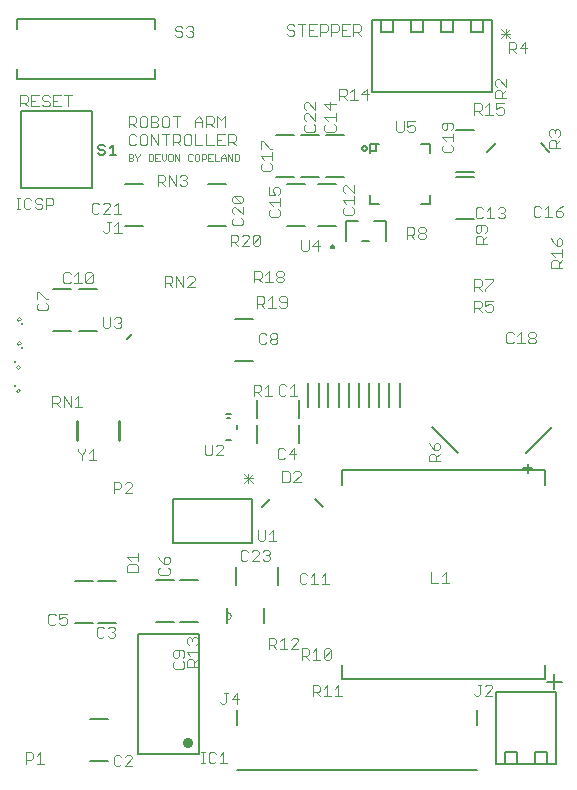
<source format=gto>
G75*
%MOIN*%
%OFA0B0*%
%FSLAX25Y25*%
%IPPOS*%
%LPD*%
%AMOC8*
5,1,8,0,0,1.08239X$1,22.5*
%
%ADD10C,0.00300*%
%ADD11C,0.00200*%
%ADD12C,0.00500*%
%ADD13C,0.00600*%
%ADD14C,0.00800*%
%ADD15C,0.03482*%
%ADD16C,0.00400*%
%ADD17C,0.00250*%
%ADD18C,0.00984*%
%ADD19C,0.00000*%
%ADD20C,0.00866*%
%ADD21C,0.00700*%
D10*
X0051619Y0032563D02*
X0051619Y0036267D01*
X0053471Y0036267D01*
X0054088Y0035649D01*
X0054088Y0034415D01*
X0053471Y0033798D01*
X0051619Y0033798D01*
X0055302Y0035032D02*
X0056537Y0036267D01*
X0056537Y0032563D01*
X0057771Y0032563D02*
X0055302Y0032563D01*
X0080973Y0032417D02*
X0081591Y0031800D01*
X0082825Y0031800D01*
X0083442Y0032417D01*
X0084657Y0031800D02*
X0087125Y0034268D01*
X0087125Y0034886D01*
X0086508Y0035503D01*
X0085274Y0035503D01*
X0084657Y0034886D01*
X0083442Y0034886D02*
X0082825Y0035503D01*
X0081591Y0035503D01*
X0080973Y0034886D01*
X0080973Y0032417D01*
X0084657Y0031800D02*
X0087125Y0031800D01*
X0110128Y0032737D02*
X0111362Y0032737D01*
X0110745Y0032737D02*
X0110745Y0036440D01*
X0110128Y0036440D02*
X0111362Y0036440D01*
X0112583Y0035823D02*
X0112583Y0033354D01*
X0113200Y0032737D01*
X0114435Y0032737D01*
X0115052Y0033354D01*
X0116266Y0032737D02*
X0118735Y0032737D01*
X0117501Y0032737D02*
X0117501Y0036440D01*
X0116266Y0035205D01*
X0115052Y0035823D02*
X0114435Y0036440D01*
X0113200Y0036440D01*
X0112583Y0035823D01*
X0109020Y0064851D02*
X0105317Y0064851D01*
X0105317Y0066702D01*
X0105934Y0067320D01*
X0107168Y0067320D01*
X0107786Y0066702D01*
X0107786Y0064851D01*
X0107786Y0066085D02*
X0109020Y0067320D01*
X0109020Y0068534D02*
X0109020Y0071003D01*
X0109020Y0069768D02*
X0105317Y0069768D01*
X0106551Y0068534D01*
X0104516Y0068497D02*
X0103899Y0067880D01*
X0104516Y0068497D02*
X0104516Y0069732D01*
X0103899Y0070349D01*
X0101430Y0070349D01*
X0100813Y0069732D01*
X0100813Y0068497D01*
X0101430Y0067880D01*
X0102047Y0067880D01*
X0102664Y0068497D01*
X0102664Y0070349D01*
X0105317Y0072834D02*
X0105317Y0074069D01*
X0105934Y0074686D01*
X0106551Y0074686D01*
X0107168Y0074069D01*
X0107786Y0074686D01*
X0108403Y0074686D01*
X0109020Y0074069D01*
X0109020Y0072834D01*
X0108403Y0072217D01*
X0107168Y0073451D02*
X0107168Y0074069D01*
X0105934Y0072217D02*
X0105317Y0072834D01*
X0103899Y0066666D02*
X0104516Y0066049D01*
X0104516Y0064814D01*
X0103899Y0064197D01*
X0101430Y0064197D01*
X0100813Y0064814D01*
X0100813Y0066049D01*
X0101430Y0066666D01*
X0081491Y0075110D02*
X0080874Y0074493D01*
X0079640Y0074493D01*
X0079023Y0075110D01*
X0077808Y0075110D02*
X0077191Y0074493D01*
X0075957Y0074493D01*
X0075339Y0075110D01*
X0075339Y0077578D01*
X0075957Y0078196D01*
X0077191Y0078196D01*
X0077808Y0077578D01*
X0079023Y0077578D02*
X0079640Y0078196D01*
X0080874Y0078196D01*
X0081491Y0077578D01*
X0081491Y0076961D01*
X0080874Y0076344D01*
X0081491Y0075727D01*
X0081491Y0075110D01*
X0080874Y0076344D02*
X0080257Y0076344D01*
X0065350Y0079480D02*
X0064732Y0078863D01*
X0063498Y0078863D01*
X0062881Y0079480D01*
X0061667Y0079480D02*
X0061049Y0078863D01*
X0059815Y0078863D01*
X0059198Y0079480D01*
X0059198Y0081949D01*
X0059815Y0082566D01*
X0061049Y0082566D01*
X0061667Y0081949D01*
X0062881Y0082566D02*
X0062881Y0080714D01*
X0064115Y0081331D01*
X0064732Y0081331D01*
X0065350Y0080714D01*
X0065350Y0079480D01*
X0065350Y0082566D02*
X0062881Y0082566D01*
X0085459Y0096551D02*
X0085459Y0098403D01*
X0086076Y0099020D01*
X0088544Y0099020D01*
X0089162Y0098403D01*
X0089162Y0096551D01*
X0085459Y0096551D01*
X0086693Y0100235D02*
X0085459Y0101469D01*
X0089162Y0101469D01*
X0089162Y0100235D02*
X0089162Y0102703D01*
X0095868Y0101574D02*
X0096485Y0100339D01*
X0097720Y0099105D01*
X0097720Y0100956D01*
X0098337Y0101574D01*
X0098954Y0101574D01*
X0099571Y0100956D01*
X0099571Y0099722D01*
X0098954Y0099105D01*
X0097720Y0099105D01*
X0098954Y0097890D02*
X0099571Y0097273D01*
X0099571Y0096039D01*
X0098954Y0095422D01*
X0096485Y0095422D01*
X0095868Y0096039D01*
X0095868Y0097273D01*
X0096485Y0097890D01*
X0087165Y0122744D02*
X0084696Y0122744D01*
X0087165Y0125213D01*
X0087165Y0125830D01*
X0086548Y0126448D01*
X0085313Y0126448D01*
X0084696Y0125830D01*
X0083482Y0125830D02*
X0083482Y0124596D01*
X0082864Y0123979D01*
X0081013Y0123979D01*
X0081013Y0122744D02*
X0081013Y0126448D01*
X0082864Y0126448D01*
X0083482Y0125830D01*
X0075196Y0133650D02*
X0072727Y0133650D01*
X0073962Y0133650D02*
X0073962Y0137353D01*
X0072727Y0136119D01*
X0071513Y0136736D02*
X0071513Y0137353D01*
X0071513Y0136736D02*
X0070279Y0135502D01*
X0070279Y0133650D01*
X0070279Y0135502D02*
X0069044Y0136736D01*
X0069044Y0137353D01*
X0058403Y0183611D02*
X0055934Y0183611D01*
X0055317Y0184228D01*
X0055317Y0185462D01*
X0055934Y0186079D01*
X0055317Y0187294D02*
X0055317Y0189763D01*
X0055934Y0189763D01*
X0058403Y0187294D01*
X0059020Y0187294D01*
X0058403Y0186079D02*
X0059020Y0185462D01*
X0059020Y0184228D01*
X0058403Y0183611D01*
X0064793Y0192603D02*
X0066028Y0192603D01*
X0066645Y0193220D01*
X0067859Y0192603D02*
X0070328Y0192603D01*
X0069094Y0192603D02*
X0069094Y0196306D01*
X0067859Y0195072D01*
X0066645Y0195689D02*
X0066028Y0196306D01*
X0064793Y0196306D01*
X0064176Y0195689D01*
X0064176Y0193220D01*
X0064793Y0192603D01*
X0071542Y0193220D02*
X0072159Y0192603D01*
X0073394Y0192603D01*
X0074011Y0193220D01*
X0074011Y0195689D01*
X0071542Y0193220D01*
X0071542Y0195689D01*
X0072159Y0196306D01*
X0073394Y0196306D01*
X0074011Y0195689D01*
X0078047Y0209359D02*
X0078665Y0209359D01*
X0079282Y0209976D01*
X0079282Y0213062D01*
X0078665Y0213062D02*
X0079899Y0213062D01*
X0081113Y0211827D02*
X0082348Y0213062D01*
X0082348Y0209359D01*
X0083582Y0209359D02*
X0081113Y0209359D01*
X0078047Y0209359D02*
X0077430Y0209976D01*
X0077308Y0215831D02*
X0079777Y0218300D01*
X0079777Y0218917D01*
X0079160Y0219534D01*
X0077925Y0219534D01*
X0077308Y0218917D01*
X0076094Y0218917D02*
X0075476Y0219534D01*
X0074242Y0219534D01*
X0073625Y0218917D01*
X0073625Y0216448D01*
X0074242Y0215831D01*
X0075476Y0215831D01*
X0076094Y0216448D01*
X0077308Y0215831D02*
X0079777Y0215831D01*
X0080991Y0215831D02*
X0083460Y0215831D01*
X0082226Y0215831D02*
X0082226Y0219534D01*
X0080991Y0218300D01*
X0086591Y0238611D02*
X0087825Y0238611D01*
X0088442Y0239228D01*
X0089657Y0239228D02*
X0090274Y0238611D01*
X0091508Y0238611D01*
X0092125Y0239228D01*
X0092125Y0241697D01*
X0091508Y0242314D01*
X0090274Y0242314D01*
X0089657Y0241697D01*
X0089657Y0239228D01*
X0088442Y0241697D02*
X0087825Y0242314D01*
X0086591Y0242314D01*
X0085973Y0241697D01*
X0085973Y0239228D01*
X0086591Y0238611D01*
X0085973Y0244611D02*
X0085973Y0248314D01*
X0087825Y0248314D01*
X0088442Y0247697D01*
X0088442Y0246462D01*
X0087825Y0245845D01*
X0085973Y0245845D01*
X0087208Y0245845D02*
X0088442Y0244611D01*
X0089657Y0245228D02*
X0090274Y0244611D01*
X0091508Y0244611D01*
X0092125Y0245228D01*
X0092125Y0247697D01*
X0091508Y0248314D01*
X0090274Y0248314D01*
X0089657Y0247697D01*
X0089657Y0245228D01*
X0093340Y0244611D02*
X0093340Y0248314D01*
X0095191Y0248314D01*
X0095809Y0247697D01*
X0095809Y0247079D01*
X0095191Y0246462D01*
X0093340Y0246462D01*
X0095191Y0246462D02*
X0095809Y0245845D01*
X0095809Y0245228D01*
X0095191Y0244611D01*
X0093340Y0244611D01*
X0093340Y0242314D02*
X0095809Y0238611D01*
X0095809Y0242314D01*
X0097023Y0242314D02*
X0099492Y0242314D01*
X0100706Y0242314D02*
X0102558Y0242314D01*
X0103175Y0241697D01*
X0103175Y0240462D01*
X0102558Y0239845D01*
X0100706Y0239845D01*
X0100706Y0238611D02*
X0100706Y0242314D01*
X0098257Y0242314D02*
X0098257Y0238611D01*
X0101940Y0239845D02*
X0103175Y0238611D01*
X0104389Y0239228D02*
X0104389Y0241697D01*
X0105006Y0242314D01*
X0106241Y0242314D01*
X0106858Y0241697D01*
X0106858Y0239228D01*
X0106241Y0238611D01*
X0105006Y0238611D01*
X0104389Y0239228D01*
X0108072Y0238611D02*
X0108072Y0242314D01*
X0108072Y0244611D02*
X0108072Y0247079D01*
X0109307Y0248314D01*
X0110541Y0247079D01*
X0110541Y0244611D01*
X0111755Y0244611D02*
X0111755Y0248314D01*
X0113607Y0248314D01*
X0114224Y0247697D01*
X0114224Y0246462D01*
X0113607Y0245845D01*
X0111755Y0245845D01*
X0112990Y0245845D02*
X0114224Y0244611D01*
X0115439Y0244611D02*
X0115439Y0248314D01*
X0116673Y0247079D01*
X0117907Y0248314D01*
X0117907Y0244611D01*
X0117907Y0242314D02*
X0115439Y0242314D01*
X0115439Y0238611D01*
X0117907Y0238611D01*
X0119122Y0238611D02*
X0119122Y0242314D01*
X0120973Y0242314D01*
X0121591Y0241697D01*
X0121591Y0240462D01*
X0120973Y0239845D01*
X0119122Y0239845D01*
X0120356Y0239845D02*
X0121591Y0238611D01*
X0116673Y0240462D02*
X0115439Y0240462D01*
X0114224Y0238611D02*
X0111755Y0238611D01*
X0111755Y0242314D01*
X0110541Y0238611D02*
X0108072Y0238611D01*
X0101940Y0244611D02*
X0101940Y0248314D01*
X0100706Y0248314D02*
X0103175Y0248314D01*
X0099492Y0247697D02*
X0099492Y0245228D01*
X0098874Y0244611D01*
X0097640Y0244611D01*
X0097023Y0245228D01*
X0097023Y0247697D01*
X0097640Y0248314D01*
X0098874Y0248314D01*
X0099492Y0247697D01*
X0093340Y0242314D02*
X0093340Y0238611D01*
X0108072Y0246462D02*
X0110541Y0246462D01*
X0129947Y0240034D02*
X0130564Y0240034D01*
X0133033Y0237565D01*
X0133650Y0237565D01*
X0133650Y0236351D02*
X0133650Y0233882D01*
X0133650Y0235117D02*
X0129947Y0235117D01*
X0131181Y0233882D01*
X0130564Y0232668D02*
X0129947Y0232051D01*
X0129947Y0230816D01*
X0130564Y0230199D01*
X0133033Y0230199D01*
X0133650Y0230816D01*
X0133650Y0232051D01*
X0133033Y0232668D01*
X0129947Y0237565D02*
X0129947Y0240034D01*
X0132703Y0224680D02*
X0132703Y0222211D01*
X0134554Y0222211D01*
X0133937Y0223445D01*
X0133937Y0224063D01*
X0134554Y0224680D01*
X0135789Y0224680D01*
X0136406Y0224063D01*
X0136406Y0222828D01*
X0135789Y0222211D01*
X0136406Y0220997D02*
X0136406Y0218528D01*
X0136406Y0219762D02*
X0132703Y0219762D01*
X0133937Y0218528D01*
X0133320Y0217313D02*
X0132703Y0216696D01*
X0132703Y0215462D01*
X0133320Y0214845D01*
X0135789Y0214845D01*
X0136406Y0215462D01*
X0136406Y0216696D01*
X0135789Y0217313D01*
X0129162Y0208904D02*
X0127927Y0208904D01*
X0127310Y0208287D01*
X0127310Y0205818D01*
X0129779Y0208287D01*
X0129779Y0205818D01*
X0129162Y0205201D01*
X0127927Y0205201D01*
X0127310Y0205818D01*
X0126096Y0205201D02*
X0123627Y0205201D01*
X0126096Y0207670D01*
X0126096Y0208287D01*
X0125478Y0208904D01*
X0124244Y0208904D01*
X0123627Y0208287D01*
X0122413Y0208287D02*
X0122413Y0207053D01*
X0121795Y0206436D01*
X0119944Y0206436D01*
X0121178Y0206436D02*
X0122413Y0205201D01*
X0119944Y0205201D02*
X0119944Y0208904D01*
X0121795Y0208904D01*
X0122413Y0208287D01*
X0123363Y0211957D02*
X0120895Y0211957D01*
X0120277Y0212574D01*
X0120277Y0213809D01*
X0120895Y0214426D01*
X0120895Y0215640D02*
X0120277Y0216257D01*
X0120277Y0217492D01*
X0120895Y0218109D01*
X0121512Y0218109D01*
X0123981Y0215640D01*
X0123981Y0218109D01*
X0123363Y0219323D02*
X0123981Y0219941D01*
X0123981Y0221175D01*
X0123363Y0221792D01*
X0120895Y0221792D01*
X0123363Y0219323D01*
X0120895Y0219323D01*
X0120277Y0219941D01*
X0120277Y0221175D01*
X0120895Y0221792D01*
X0123363Y0214426D02*
X0123981Y0213809D01*
X0123981Y0212574D01*
X0123363Y0211957D01*
X0129162Y0208904D02*
X0129779Y0208287D01*
X0129669Y0196700D02*
X0127818Y0196700D01*
X0127818Y0192996D01*
X0127818Y0194231D02*
X0129669Y0194231D01*
X0130287Y0194848D01*
X0130287Y0196082D01*
X0129669Y0196700D01*
X0131501Y0195465D02*
X0132735Y0196700D01*
X0132735Y0192996D01*
X0131501Y0192996D02*
X0133970Y0192996D01*
X0135184Y0193614D02*
X0135184Y0194231D01*
X0135801Y0194848D01*
X0137036Y0194848D01*
X0137653Y0194231D01*
X0137653Y0193614D01*
X0137036Y0192996D01*
X0135801Y0192996D01*
X0135184Y0193614D01*
X0135801Y0194848D02*
X0135184Y0195465D01*
X0135184Y0196082D01*
X0135801Y0196700D01*
X0137036Y0196700D01*
X0137653Y0196082D01*
X0137653Y0195465D01*
X0137036Y0194848D01*
X0136733Y0188259D02*
X0136115Y0187641D01*
X0136115Y0187024D01*
X0136733Y0186407D01*
X0138584Y0186407D01*
X0138584Y0185173D02*
X0138584Y0187641D01*
X0137967Y0188259D01*
X0136733Y0188259D01*
X0136115Y0185173D02*
X0136733Y0184556D01*
X0137967Y0184556D01*
X0138584Y0185173D01*
X0134901Y0184556D02*
X0132432Y0184556D01*
X0131218Y0184556D02*
X0129983Y0185790D01*
X0130601Y0185790D02*
X0128749Y0185790D01*
X0128749Y0184556D02*
X0128749Y0188259D01*
X0130601Y0188259D01*
X0131218Y0187641D01*
X0131218Y0186407D01*
X0130601Y0185790D01*
X0132432Y0187024D02*
X0133667Y0188259D01*
X0133667Y0184556D01*
X0133699Y0176054D02*
X0134933Y0176054D01*
X0135551Y0175437D01*
X0135551Y0174820D01*
X0134933Y0174202D01*
X0133699Y0174202D01*
X0133082Y0174820D01*
X0133082Y0175437D01*
X0133699Y0176054D01*
X0133699Y0174202D02*
X0133082Y0173585D01*
X0133082Y0172968D01*
X0133699Y0172351D01*
X0134933Y0172351D01*
X0135551Y0172968D01*
X0135551Y0173585D01*
X0134933Y0174202D01*
X0131867Y0172968D02*
X0131250Y0172351D01*
X0130016Y0172351D01*
X0129399Y0172968D01*
X0129399Y0175437D01*
X0130016Y0176054D01*
X0131250Y0176054D01*
X0131867Y0175437D01*
X0132481Y0158904D02*
X0131247Y0157670D01*
X0130033Y0158287D02*
X0130033Y0157053D01*
X0129415Y0156436D01*
X0127564Y0156436D01*
X0128798Y0156436D02*
X0130033Y0155201D01*
X0131247Y0155201D02*
X0133716Y0155201D01*
X0132481Y0155201D02*
X0132481Y0158904D01*
X0130033Y0158287D02*
X0129415Y0158904D01*
X0127564Y0158904D01*
X0127564Y0155201D01*
X0135969Y0155858D02*
X0136587Y0155241D01*
X0137821Y0155241D01*
X0138438Y0155858D01*
X0139653Y0155241D02*
X0142121Y0155241D01*
X0140887Y0155241D02*
X0140887Y0158944D01*
X0139653Y0157709D01*
X0138438Y0158327D02*
X0137821Y0158944D01*
X0136587Y0158944D01*
X0135969Y0158327D01*
X0135969Y0155858D01*
X0136193Y0137645D02*
X0135576Y0137027D01*
X0135576Y0134559D01*
X0136193Y0133941D01*
X0137427Y0133941D01*
X0138044Y0134559D01*
X0139259Y0135793D02*
X0141110Y0137645D01*
X0141110Y0133941D01*
X0141728Y0135793D02*
X0139259Y0135793D01*
X0138044Y0137027D02*
X0137427Y0137645D01*
X0136193Y0137645D01*
X0137123Y0129991D02*
X0138975Y0129991D01*
X0139592Y0129374D01*
X0139592Y0126905D01*
X0138975Y0126288D01*
X0137123Y0126288D01*
X0137123Y0129991D01*
X0140806Y0129374D02*
X0141423Y0129991D01*
X0142658Y0129991D01*
X0143275Y0129374D01*
X0143275Y0128757D01*
X0140806Y0126288D01*
X0143275Y0126288D01*
X0127443Y0126053D02*
X0124307Y0129189D01*
X0124307Y0127621D02*
X0127443Y0127621D01*
X0127443Y0129189D02*
X0124307Y0126053D01*
X0125875Y0126053D02*
X0125875Y0129189D01*
X0125083Y0103786D02*
X0123848Y0103786D01*
X0123231Y0103169D01*
X0123231Y0100700D01*
X0123848Y0100083D01*
X0125083Y0100083D01*
X0125700Y0100700D01*
X0126914Y0100083D02*
X0129383Y0102552D01*
X0129383Y0103169D01*
X0128766Y0103786D01*
X0127531Y0103786D01*
X0126914Y0103169D01*
X0125700Y0103169D02*
X0125083Y0103786D01*
X0126914Y0100083D02*
X0129383Y0100083D01*
X0130597Y0100700D02*
X0131215Y0100083D01*
X0132449Y0100083D01*
X0133066Y0100700D01*
X0133066Y0101317D01*
X0132449Y0101935D01*
X0131832Y0101935D01*
X0132449Y0101935D02*
X0133066Y0102552D01*
X0133066Y0103169D01*
X0132449Y0103786D01*
X0131215Y0103786D01*
X0130597Y0103169D01*
X0142942Y0095429D02*
X0142942Y0092960D01*
X0143559Y0092343D01*
X0144794Y0092343D01*
X0145411Y0092960D01*
X0146625Y0092343D02*
X0149094Y0092343D01*
X0150308Y0092343D02*
X0152777Y0092343D01*
X0151543Y0092343D02*
X0151543Y0096046D01*
X0150308Y0094812D01*
X0147860Y0096046D02*
X0147860Y0092343D01*
X0146625Y0094812D02*
X0147860Y0096046D01*
X0145411Y0095429D02*
X0144794Y0096046D01*
X0143559Y0096046D01*
X0142942Y0095429D01*
X0141904Y0074479D02*
X0140670Y0074479D01*
X0140052Y0073862D01*
X0141904Y0074479D02*
X0142521Y0073862D01*
X0142521Y0073245D01*
X0140052Y0070776D01*
X0142521Y0070776D01*
X0143572Y0070936D02*
X0145423Y0070936D01*
X0146041Y0070319D01*
X0146041Y0069084D01*
X0145423Y0068467D01*
X0143572Y0068467D01*
X0144806Y0068467D02*
X0146041Y0067233D01*
X0147255Y0067233D02*
X0149724Y0067233D01*
X0148489Y0067233D02*
X0148489Y0070936D01*
X0147255Y0069701D01*
X0150938Y0070319D02*
X0150938Y0067850D01*
X0153407Y0070319D01*
X0153407Y0067850D01*
X0152790Y0067233D01*
X0151555Y0067233D01*
X0150938Y0067850D01*
X0150938Y0070319D02*
X0151555Y0070936D01*
X0152790Y0070936D01*
X0153407Y0070319D01*
X0143572Y0070936D02*
X0143572Y0067233D01*
X0138838Y0070776D02*
X0136369Y0070776D01*
X0135155Y0070776D02*
X0133920Y0072010D01*
X0134538Y0072010D02*
X0132686Y0072010D01*
X0132686Y0070776D02*
X0132686Y0074479D01*
X0134538Y0074479D01*
X0135155Y0073862D01*
X0135155Y0072628D01*
X0134538Y0072010D01*
X0136369Y0073245D02*
X0137604Y0074479D01*
X0137604Y0070776D01*
X0147253Y0058731D02*
X0149105Y0058731D01*
X0149722Y0058114D01*
X0149722Y0056880D01*
X0149105Y0056262D01*
X0147253Y0056262D01*
X0147253Y0055028D02*
X0147253Y0058731D01*
X0148487Y0056262D02*
X0149722Y0055028D01*
X0150936Y0055028D02*
X0153405Y0055028D01*
X0154619Y0055028D02*
X0157088Y0055028D01*
X0155854Y0055028D02*
X0155854Y0058731D01*
X0154619Y0057497D01*
X0152171Y0058731D02*
X0152171Y0055028D01*
X0150936Y0057497D02*
X0152171Y0058731D01*
X0201052Y0055803D02*
X0201669Y0055185D01*
X0202287Y0055185D01*
X0202904Y0055803D01*
X0202904Y0058889D01*
X0202287Y0058889D02*
X0203521Y0058889D01*
X0204735Y0058271D02*
X0205353Y0058889D01*
X0206587Y0058889D01*
X0207204Y0058271D01*
X0207204Y0057654D01*
X0204735Y0055185D01*
X0207204Y0055185D01*
X0189729Y0133355D02*
X0186025Y0133355D01*
X0186025Y0135206D01*
X0186643Y0135823D01*
X0187877Y0135823D01*
X0188494Y0135206D01*
X0188494Y0133355D01*
X0188494Y0134589D02*
X0189729Y0135823D01*
X0189111Y0137038D02*
X0189729Y0137655D01*
X0189729Y0138889D01*
X0189111Y0139507D01*
X0188494Y0139507D01*
X0187877Y0138889D01*
X0187877Y0137038D01*
X0189111Y0137038D01*
X0187877Y0137038D02*
X0186643Y0138272D01*
X0186025Y0139507D01*
X0212392Y0172603D02*
X0211774Y0173220D01*
X0211774Y0175689D01*
X0212392Y0176306D01*
X0213626Y0176306D01*
X0214243Y0175689D01*
X0215458Y0175072D02*
X0216692Y0176306D01*
X0216692Y0172603D01*
X0215458Y0172603D02*
X0217926Y0172603D01*
X0219141Y0173220D02*
X0219141Y0173837D01*
X0219758Y0174454D01*
X0220992Y0174454D01*
X0221610Y0173837D01*
X0221610Y0173220D01*
X0220992Y0172603D01*
X0219758Y0172603D01*
X0219141Y0173220D01*
X0219758Y0174454D02*
X0219141Y0175072D01*
X0219141Y0175689D01*
X0219758Y0176306D01*
X0220992Y0176306D01*
X0221610Y0175689D01*
X0221610Y0175072D01*
X0220992Y0174454D01*
X0214243Y0173220D02*
X0213626Y0172603D01*
X0212392Y0172603D01*
X0206721Y0183154D02*
X0205486Y0183154D01*
X0204869Y0183771D01*
X0204869Y0185006D02*
X0206103Y0185623D01*
X0206721Y0185623D01*
X0207338Y0185006D01*
X0207338Y0183771D01*
X0206721Y0183154D01*
X0204869Y0185006D02*
X0204869Y0186857D01*
X0207338Y0186857D01*
X0203655Y0186240D02*
X0203655Y0185006D01*
X0203038Y0184388D01*
X0201186Y0184388D01*
X0201186Y0183154D02*
X0201186Y0186857D01*
X0203038Y0186857D01*
X0203655Y0186240D01*
X0202420Y0184388D02*
X0203655Y0183154D01*
X0203655Y0190241D02*
X0202420Y0191475D01*
X0203038Y0191475D02*
X0201186Y0191475D01*
X0201186Y0190241D02*
X0201186Y0193944D01*
X0203038Y0193944D01*
X0203655Y0193327D01*
X0203655Y0192092D01*
X0203038Y0191475D01*
X0204869Y0190858D02*
X0204869Y0190241D01*
X0204869Y0190858D02*
X0207338Y0193327D01*
X0207338Y0193944D01*
X0204869Y0193944D01*
X0205303Y0205792D02*
X0201600Y0205792D01*
X0201600Y0207643D01*
X0202217Y0208260D01*
X0203452Y0208260D01*
X0204069Y0207643D01*
X0204069Y0205792D01*
X0204069Y0207026D02*
X0205303Y0208260D01*
X0204686Y0209475D02*
X0205303Y0210092D01*
X0205303Y0211326D01*
X0204686Y0211944D01*
X0202217Y0211944D01*
X0201600Y0211326D01*
X0201600Y0210092D01*
X0202217Y0209475D01*
X0202835Y0209475D01*
X0203452Y0210092D01*
X0203452Y0211944D01*
X0203429Y0214256D02*
X0204046Y0214873D01*
X0203429Y0214256D02*
X0202195Y0214256D01*
X0201578Y0214873D01*
X0201578Y0217342D01*
X0202195Y0217959D01*
X0203429Y0217959D01*
X0204046Y0217342D01*
X0205261Y0216725D02*
X0206495Y0217959D01*
X0206495Y0214256D01*
X0205261Y0214256D02*
X0207730Y0214256D01*
X0208944Y0214873D02*
X0209561Y0214256D01*
X0210795Y0214256D01*
X0211413Y0214873D01*
X0211413Y0215491D01*
X0210795Y0216108D01*
X0210178Y0216108D01*
X0210795Y0216108D02*
X0211413Y0216725D01*
X0211413Y0217342D01*
X0210795Y0217959D01*
X0209561Y0217959D01*
X0208944Y0217342D01*
X0220895Y0217870D02*
X0220895Y0215401D01*
X0221512Y0214784D01*
X0222746Y0214784D01*
X0223364Y0215401D01*
X0224578Y0214784D02*
X0227047Y0214784D01*
X0225812Y0214784D02*
X0225812Y0218487D01*
X0224578Y0217253D01*
X0223364Y0217870D02*
X0222746Y0218487D01*
X0221512Y0218487D01*
X0220895Y0217870D01*
X0228261Y0216635D02*
X0230113Y0216635D01*
X0230730Y0216018D01*
X0230730Y0215401D01*
X0230113Y0214784D01*
X0228878Y0214784D01*
X0228261Y0215401D01*
X0228261Y0216635D01*
X0229495Y0217870D01*
X0230730Y0218487D01*
X0229883Y0207613D02*
X0229266Y0207613D01*
X0228649Y0206996D01*
X0228649Y0205144D01*
X0229883Y0205144D01*
X0230500Y0205761D01*
X0230500Y0206996D01*
X0229883Y0207613D01*
X0227414Y0206378D02*
X0228649Y0205144D01*
X0227414Y0206378D02*
X0226797Y0207613D01*
X0226797Y0202695D02*
X0230500Y0202695D01*
X0230500Y0201461D02*
X0230500Y0203930D01*
X0228031Y0201461D02*
X0226797Y0202695D01*
X0227414Y0200247D02*
X0226797Y0199629D01*
X0226797Y0197778D01*
X0230500Y0197778D01*
X0229266Y0197778D02*
X0229266Y0199629D01*
X0228649Y0200247D01*
X0227414Y0200247D01*
X0229266Y0199012D02*
X0230500Y0200247D01*
X0229768Y0237823D02*
X0226065Y0237823D01*
X0226065Y0239675D01*
X0226682Y0240292D01*
X0227916Y0240292D01*
X0228534Y0239675D01*
X0228534Y0237823D01*
X0228534Y0239058D02*
X0229768Y0240292D01*
X0229151Y0241506D02*
X0229768Y0242124D01*
X0229768Y0243358D01*
X0229151Y0243975D01*
X0228534Y0243975D01*
X0227916Y0243358D01*
X0227916Y0242741D01*
X0227916Y0243358D02*
X0227299Y0243975D01*
X0226682Y0243975D01*
X0226065Y0243358D01*
X0226065Y0242124D01*
X0226682Y0241506D01*
X0211019Y0249519D02*
X0210402Y0248902D01*
X0209167Y0248902D01*
X0208550Y0249519D01*
X0208550Y0250754D02*
X0209785Y0251371D01*
X0210402Y0251371D01*
X0211019Y0250754D01*
X0211019Y0249519D01*
X0208550Y0250754D02*
X0208550Y0252605D01*
X0211019Y0252605D01*
X0210486Y0254473D02*
X0210486Y0256324D01*
X0209869Y0256941D01*
X0208635Y0256941D01*
X0208018Y0256324D01*
X0208018Y0254473D01*
X0211721Y0254473D01*
X0210486Y0255707D02*
X0211721Y0256941D01*
X0211721Y0258156D02*
X0209252Y0260625D01*
X0208635Y0260625D01*
X0208018Y0260007D01*
X0208018Y0258773D01*
X0208635Y0258156D01*
X0211721Y0258156D02*
X0211721Y0260625D01*
X0206101Y0252605D02*
X0206101Y0248902D01*
X0204867Y0248902D02*
X0207336Y0248902D01*
X0204867Y0251371D02*
X0206101Y0252605D01*
X0203653Y0251988D02*
X0203653Y0250754D01*
X0203035Y0250136D01*
X0201184Y0250136D01*
X0201184Y0248902D02*
X0201184Y0252605D01*
X0203035Y0252605D01*
X0203653Y0251988D01*
X0202418Y0250136D02*
X0203653Y0248902D01*
X0194059Y0245584D02*
X0193442Y0246202D01*
X0190973Y0246202D01*
X0190356Y0245584D01*
X0190356Y0244350D01*
X0190973Y0243733D01*
X0191591Y0243733D01*
X0192208Y0244350D01*
X0192208Y0246202D01*
X0194059Y0245584D02*
X0194059Y0244350D01*
X0193442Y0243733D01*
X0194059Y0242518D02*
X0194059Y0240050D01*
X0194059Y0241284D02*
X0190356Y0241284D01*
X0191591Y0240050D01*
X0190973Y0238835D02*
X0190356Y0238218D01*
X0190356Y0236984D01*
X0190973Y0236367D01*
X0193442Y0236367D01*
X0194059Y0236984D01*
X0194059Y0238218D01*
X0193442Y0238835D01*
X0181338Y0243598D02*
X0180721Y0242981D01*
X0179486Y0242981D01*
X0178869Y0243598D01*
X0177655Y0243598D02*
X0177655Y0246684D01*
X0178869Y0246684D02*
X0178869Y0244832D01*
X0180104Y0245449D01*
X0180721Y0245449D01*
X0181338Y0244832D01*
X0181338Y0243598D01*
X0181338Y0246684D02*
X0178869Y0246684D01*
X0177655Y0243598D02*
X0177038Y0242981D01*
X0175803Y0242981D01*
X0175186Y0243598D01*
X0175186Y0246684D01*
X0165388Y0253847D02*
X0165388Y0257550D01*
X0163537Y0255698D01*
X0166005Y0255698D01*
X0162322Y0253847D02*
X0159853Y0253847D01*
X0158639Y0253847D02*
X0157405Y0255081D01*
X0158022Y0255081D02*
X0156170Y0255081D01*
X0156170Y0253847D02*
X0156170Y0257550D01*
X0158022Y0257550D01*
X0158639Y0256933D01*
X0158639Y0255698D01*
X0158022Y0255081D01*
X0159853Y0256316D02*
X0161088Y0257550D01*
X0161088Y0253847D01*
X0154910Y0252409D02*
X0151207Y0252409D01*
X0153058Y0250557D01*
X0153058Y0253026D01*
X0154910Y0249343D02*
X0154910Y0246874D01*
X0154910Y0248109D02*
X0151207Y0248109D01*
X0152441Y0246874D01*
X0151824Y0245660D02*
X0151207Y0245043D01*
X0151207Y0243808D01*
X0151824Y0243191D01*
X0154293Y0243191D01*
X0154910Y0243808D01*
X0154910Y0245043D01*
X0154293Y0245660D01*
X0148217Y0245043D02*
X0147600Y0245660D01*
X0148217Y0245043D02*
X0148217Y0243808D01*
X0147600Y0243191D01*
X0145131Y0243191D01*
X0144514Y0243808D01*
X0144514Y0245043D01*
X0145131Y0245660D01*
X0145131Y0246874D02*
X0144514Y0247491D01*
X0144514Y0248726D01*
X0145131Y0249343D01*
X0145748Y0249343D01*
X0148217Y0246874D01*
X0148217Y0249343D01*
X0148217Y0250557D02*
X0145748Y0253026D01*
X0145131Y0253026D01*
X0144514Y0252409D01*
X0144514Y0251175D01*
X0145131Y0250557D01*
X0148217Y0250557D02*
X0148217Y0253026D01*
X0148564Y0275225D02*
X0146096Y0275225D01*
X0146096Y0278928D01*
X0148564Y0278928D01*
X0149779Y0278928D02*
X0149779Y0275225D01*
X0149779Y0276459D02*
X0151630Y0276459D01*
X0152248Y0277076D01*
X0152248Y0278311D01*
X0151630Y0278928D01*
X0149779Y0278928D01*
X0147330Y0277076D02*
X0146096Y0277076D01*
X0144881Y0278928D02*
X0142413Y0278928D01*
X0143647Y0278928D02*
X0143647Y0275225D01*
X0141198Y0275842D02*
X0141198Y0276459D01*
X0140581Y0277076D01*
X0139347Y0277076D01*
X0138729Y0277694D01*
X0138729Y0278311D01*
X0139347Y0278928D01*
X0140581Y0278928D01*
X0141198Y0278311D01*
X0141198Y0275842D02*
X0140581Y0275225D01*
X0139347Y0275225D01*
X0138729Y0275842D01*
X0153462Y0275225D02*
X0153462Y0278928D01*
X0155314Y0278928D01*
X0155931Y0278311D01*
X0155931Y0277076D01*
X0155314Y0276459D01*
X0153462Y0276459D01*
X0157145Y0277076D02*
X0158380Y0277076D01*
X0159614Y0275225D02*
X0157145Y0275225D01*
X0157145Y0278928D01*
X0159614Y0278928D01*
X0160828Y0278928D02*
X0162680Y0278928D01*
X0163297Y0278311D01*
X0163297Y0277076D01*
X0162680Y0276459D01*
X0160828Y0276459D01*
X0160828Y0275225D02*
X0160828Y0278928D01*
X0162063Y0276459D02*
X0163297Y0275225D01*
X0160988Y0225335D02*
X0160988Y0222867D01*
X0158520Y0225335D01*
X0157902Y0225335D01*
X0157285Y0224718D01*
X0157285Y0223484D01*
X0157902Y0222867D01*
X0157285Y0220418D02*
X0160988Y0220418D01*
X0160988Y0219184D02*
X0160988Y0221652D01*
X0158520Y0219184D02*
X0157285Y0220418D01*
X0157902Y0217969D02*
X0157285Y0217352D01*
X0157285Y0216118D01*
X0157902Y0215500D01*
X0160371Y0215500D01*
X0160988Y0216118D01*
X0160988Y0217352D01*
X0160371Y0217969D01*
X0149067Y0207078D02*
X0147216Y0205226D01*
X0149684Y0205226D01*
X0149067Y0203374D02*
X0149067Y0207078D01*
X0146001Y0207078D02*
X0146001Y0203992D01*
X0145384Y0203374D01*
X0144150Y0203374D01*
X0143533Y0203992D01*
X0143533Y0207078D01*
X0130287Y0192996D02*
X0129052Y0194231D01*
X0178745Y0207563D02*
X0178745Y0211267D01*
X0180597Y0211267D01*
X0181214Y0210649D01*
X0181214Y0209415D01*
X0180597Y0208798D01*
X0178745Y0208798D01*
X0179979Y0208798D02*
X0181214Y0207563D01*
X0182428Y0208181D02*
X0182428Y0208798D01*
X0183045Y0209415D01*
X0184280Y0209415D01*
X0184897Y0208798D01*
X0184897Y0208181D01*
X0184280Y0207563D01*
X0183045Y0207563D01*
X0182428Y0208181D01*
X0183045Y0209415D02*
X0182428Y0210032D01*
X0182428Y0210649D01*
X0183045Y0211267D01*
X0184280Y0211267D01*
X0184897Y0210649D01*
X0184897Y0210032D01*
X0184280Y0209415D01*
X0212603Y0269374D02*
X0212603Y0273078D01*
X0214455Y0273078D01*
X0215072Y0272460D01*
X0215072Y0271226D01*
X0214455Y0270609D01*
X0212603Y0270609D01*
X0213838Y0270609D02*
X0215072Y0269374D01*
X0216286Y0271226D02*
X0218755Y0271226D01*
X0218138Y0269374D02*
X0218138Y0273078D01*
X0216286Y0271226D01*
X0213147Y0274316D02*
X0210011Y0277452D01*
X0210011Y0275884D02*
X0213147Y0275884D01*
X0213147Y0277452D02*
X0210011Y0274316D01*
X0211579Y0274316D02*
X0211579Y0277452D01*
X0107519Y0277221D02*
X0106902Y0276604D01*
X0107519Y0275987D01*
X0107519Y0275370D01*
X0106902Y0274752D01*
X0105668Y0274752D01*
X0105050Y0275370D01*
X0103836Y0275370D02*
X0103219Y0274752D01*
X0101984Y0274752D01*
X0101367Y0275370D01*
X0101984Y0276604D02*
X0103219Y0276604D01*
X0103836Y0275987D01*
X0103836Y0275370D01*
X0101984Y0276604D02*
X0101367Y0277221D01*
X0101367Y0277838D01*
X0101984Y0278456D01*
X0103219Y0278456D01*
X0103836Y0277838D01*
X0105050Y0277838D02*
X0105668Y0278456D01*
X0106902Y0278456D01*
X0107519Y0277838D01*
X0107519Y0277221D01*
X0106902Y0276604D02*
X0106285Y0276604D01*
X0066954Y0255306D02*
X0064486Y0255306D01*
X0063271Y0255306D02*
X0060802Y0255306D01*
X0060802Y0251603D01*
X0063271Y0251603D01*
X0062037Y0253454D02*
X0060802Y0253454D01*
X0059588Y0252837D02*
X0059588Y0252220D01*
X0058971Y0251603D01*
X0057736Y0251603D01*
X0057119Y0252220D01*
X0055905Y0251603D02*
X0053436Y0251603D01*
X0053436Y0255306D01*
X0055905Y0255306D01*
X0057119Y0254689D02*
X0057736Y0255306D01*
X0058971Y0255306D01*
X0059588Y0254689D01*
X0058971Y0253454D02*
X0059588Y0252837D01*
X0058971Y0253454D02*
X0057736Y0253454D01*
X0057119Y0254072D01*
X0057119Y0254689D01*
X0054671Y0253454D02*
X0053436Y0253454D01*
X0052222Y0253454D02*
X0051605Y0252837D01*
X0049753Y0252837D01*
X0049753Y0251603D02*
X0049753Y0255306D01*
X0051605Y0255306D01*
X0052222Y0254689D01*
X0052222Y0253454D01*
X0050987Y0252837D02*
X0052222Y0251603D01*
X0065720Y0251603D02*
X0065720Y0255306D01*
X0060245Y0221054D02*
X0060862Y0220437D01*
X0060862Y0219202D01*
X0060245Y0218585D01*
X0058394Y0218585D01*
X0057179Y0218585D02*
X0057179Y0217968D01*
X0056562Y0217351D01*
X0055328Y0217351D01*
X0054710Y0217968D01*
X0053496Y0217968D02*
X0052879Y0217351D01*
X0051645Y0217351D01*
X0051027Y0217968D01*
X0051027Y0220437D01*
X0051645Y0221054D01*
X0052879Y0221054D01*
X0053496Y0220437D01*
X0054710Y0220437D02*
X0054710Y0219820D01*
X0055328Y0219202D01*
X0056562Y0219202D01*
X0057179Y0218585D01*
X0058394Y0217351D02*
X0058394Y0221054D01*
X0060245Y0221054D01*
X0057179Y0220437D02*
X0056562Y0221054D01*
X0055328Y0221054D01*
X0054710Y0220437D01*
X0049806Y0221054D02*
X0048572Y0221054D01*
X0049189Y0221054D02*
X0049189Y0217351D01*
X0048572Y0217351D02*
X0049806Y0217351D01*
D11*
X0085923Y0233443D02*
X0087024Y0233443D01*
X0087391Y0233809D01*
X0087391Y0234176D01*
X0087024Y0234543D01*
X0085923Y0234543D01*
X0085923Y0233443D02*
X0085923Y0235644D01*
X0087024Y0235644D01*
X0087391Y0235277D01*
X0087391Y0234910D01*
X0087024Y0234543D01*
X0088133Y0235277D02*
X0088867Y0234543D01*
X0088867Y0233443D01*
X0088867Y0234543D02*
X0089601Y0235277D01*
X0089601Y0235644D01*
X0088133Y0235644D02*
X0088133Y0235277D01*
X0092553Y0235644D02*
X0092553Y0233443D01*
X0093654Y0233443D01*
X0094021Y0233809D01*
X0094021Y0235277D01*
X0093654Y0235644D01*
X0092553Y0235644D01*
X0094763Y0235644D02*
X0094763Y0233443D01*
X0096231Y0233443D01*
X0096973Y0234176D02*
X0097707Y0233443D01*
X0098441Y0234176D01*
X0098441Y0235644D01*
X0099183Y0235277D02*
X0099183Y0233809D01*
X0099550Y0233443D01*
X0100284Y0233443D01*
X0100651Y0233809D01*
X0100651Y0235277D01*
X0100284Y0235644D01*
X0099550Y0235644D01*
X0099183Y0235277D01*
X0101393Y0235644D02*
X0102861Y0233443D01*
X0102861Y0235644D01*
X0101393Y0235644D02*
X0101393Y0233443D01*
X0105812Y0233809D02*
X0105812Y0235277D01*
X0106179Y0235644D01*
X0106913Y0235644D01*
X0107280Y0235277D01*
X0108022Y0235277D02*
X0108022Y0233809D01*
X0108389Y0233443D01*
X0109123Y0233443D01*
X0109490Y0233809D01*
X0109490Y0235277D01*
X0109123Y0235644D01*
X0108389Y0235644D01*
X0108022Y0235277D01*
X0107280Y0233809D02*
X0106913Y0233443D01*
X0106179Y0233443D01*
X0105812Y0233809D01*
X0110232Y0233443D02*
X0110232Y0235644D01*
X0111333Y0235644D01*
X0111700Y0235277D01*
X0111700Y0234543D01*
X0111333Y0234176D01*
X0110232Y0234176D01*
X0112442Y0234543D02*
X0113176Y0234543D01*
X0112442Y0233443D02*
X0112442Y0235644D01*
X0113910Y0235644D01*
X0114652Y0235644D02*
X0114652Y0233443D01*
X0116120Y0233443D01*
X0116862Y0233443D02*
X0116862Y0234910D01*
X0117596Y0235644D01*
X0118330Y0234910D01*
X0118330Y0233443D01*
X0119072Y0233443D02*
X0119072Y0235644D01*
X0120540Y0233443D01*
X0120540Y0235644D01*
X0121282Y0235644D02*
X0121282Y0233443D01*
X0122382Y0233443D01*
X0122749Y0233809D01*
X0122749Y0235277D01*
X0122382Y0235644D01*
X0121282Y0235644D01*
X0118330Y0234543D02*
X0116862Y0234543D01*
X0113910Y0233443D02*
X0112442Y0233443D01*
X0096973Y0234176D02*
X0096973Y0235644D01*
X0096231Y0235644D02*
X0094763Y0235644D01*
X0094763Y0234543D02*
X0095497Y0234543D01*
X0117817Y0056080D02*
X0119085Y0056080D01*
X0118451Y0056080D02*
X0118451Y0052911D01*
X0117817Y0052277D01*
X0117183Y0052277D01*
X0116549Y0052911D01*
X0120232Y0054179D02*
X0122768Y0054179D01*
X0122134Y0056080D02*
X0120232Y0054179D01*
X0122134Y0052277D02*
X0122134Y0056080D01*
D12*
X0122201Y0050272D02*
X0122201Y0045272D01*
X0122201Y0030272D02*
X0202201Y0030272D01*
X0208383Y0032366D02*
X0208383Y0056366D01*
X0228383Y0056366D01*
X0228383Y0032366D01*
X0225383Y0032366D01*
X0225383Y0036366D01*
X0221383Y0036366D01*
X0221383Y0032366D01*
X0215383Y0032366D01*
X0215383Y0036366D01*
X0211383Y0036366D01*
X0211383Y0032366D01*
X0208383Y0032366D01*
X0211383Y0032366D02*
X0215383Y0032366D01*
X0221383Y0032366D02*
X0225383Y0032366D01*
X0227820Y0057366D02*
X0227820Y0062366D01*
X0224800Y0060705D02*
X0224800Y0065547D01*
X0224800Y0060705D02*
X0157083Y0060705D01*
X0157083Y0065547D01*
X0135737Y0092154D02*
X0135737Y0098154D01*
X0121737Y0098154D02*
X0121737Y0092154D01*
X0108902Y0093886D02*
X0102902Y0093886D01*
X0101028Y0093886D02*
X0095028Y0093886D01*
X0081737Y0093492D02*
X0075737Y0093492D01*
X0073902Y0093492D02*
X0067902Y0093492D01*
X0067902Y0079492D02*
X0073902Y0079492D01*
X0075737Y0079492D02*
X0081737Y0079492D01*
X0095028Y0079886D02*
X0101028Y0079886D01*
X0102902Y0079886D02*
X0108902Y0079886D01*
X0078981Y0047429D02*
X0072981Y0047429D01*
X0072981Y0033429D02*
X0078981Y0033429D01*
X0130312Y0117988D02*
X0133068Y0120744D01*
X0148028Y0120744D02*
X0150784Y0117988D01*
X0157083Y0125547D02*
X0157083Y0130390D01*
X0224800Y0130390D01*
X0224800Y0125547D01*
X0218501Y0136098D02*
X0227162Y0144760D01*
X0195666Y0136098D02*
X0187005Y0144760D01*
X0142823Y0145398D02*
X0142823Y0139398D01*
X0142823Y0147705D02*
X0142823Y0153705D01*
X0128823Y0153705D02*
X0128823Y0147705D01*
X0128823Y0145398D02*
X0128823Y0139398D01*
X0127406Y0166894D02*
X0121406Y0166894D01*
X0121406Y0180894D02*
X0127406Y0180894D01*
X0118351Y0211776D02*
X0112351Y0211776D01*
X0112351Y0225776D02*
X0118351Y0225776D01*
X0135186Y0227917D02*
X0141186Y0227917D01*
X0143453Y0227917D02*
X0149453Y0227917D01*
X0148965Y0225776D02*
X0154965Y0225776D01*
X0157721Y0227917D02*
X0151721Y0227917D01*
X0144729Y0225776D02*
X0138729Y0225776D01*
X0138729Y0211776D02*
X0144729Y0211776D01*
X0148965Y0211776D02*
X0154965Y0211776D01*
X0157721Y0241917D02*
X0151721Y0241917D01*
X0149453Y0241917D02*
X0143453Y0241917D01*
X0141186Y0241917D02*
X0135186Y0241917D01*
X0166965Y0256382D02*
X0166965Y0280382D01*
X0169965Y0280382D01*
X0169965Y0276382D01*
X0173965Y0276382D01*
X0173965Y0280382D01*
X0179965Y0280382D01*
X0179965Y0276382D01*
X0183965Y0276382D01*
X0183965Y0280382D01*
X0199965Y0280382D01*
X0199965Y0276382D01*
X0203965Y0276382D01*
X0203965Y0280382D01*
X0206965Y0280382D01*
X0206965Y0256382D01*
X0166965Y0256382D01*
X0169965Y0280382D02*
X0173965Y0280382D01*
X0179965Y0280382D02*
X0183965Y0280382D01*
X0189965Y0280382D02*
X0189965Y0276382D01*
X0193965Y0276382D01*
X0193965Y0280382D01*
X0199965Y0280382D02*
X0203965Y0280382D01*
X0201028Y0243886D02*
X0195028Y0243886D01*
X0205509Y0236492D02*
X0208264Y0239248D01*
X0201028Y0229886D02*
X0195028Y0229886D01*
X0195028Y0228138D02*
X0201028Y0228138D01*
X0201028Y0214138D02*
X0195028Y0214138D01*
X0223225Y0239248D02*
X0225981Y0236492D01*
X0094682Y0260705D02*
X0048619Y0260705D01*
X0048619Y0264051D01*
X0048619Y0277437D02*
X0048619Y0280783D01*
X0094682Y0280783D01*
X0094682Y0277437D01*
X0094682Y0264051D02*
X0094682Y0260705D01*
X0090792Y0225776D02*
X0084792Y0225776D01*
X0084792Y0211776D02*
X0090792Y0211776D01*
X0075438Y0190736D02*
X0069438Y0190736D01*
X0066776Y0190736D02*
X0060776Y0190736D01*
X0060776Y0176736D02*
X0066776Y0176736D01*
X0069438Y0176736D02*
X0075438Y0176736D01*
X0202201Y0050272D02*
X0202201Y0045272D01*
X0225320Y0059866D02*
X0230320Y0059866D01*
D13*
X0218894Y0129314D02*
X0218894Y0132314D01*
X0217394Y0130914D02*
X0220394Y0130914D01*
X0176220Y0151280D02*
X0176220Y0159280D01*
X0172620Y0159280D02*
X0172620Y0151280D01*
X0169520Y0151280D02*
X0169520Y0159280D01*
X0165920Y0159280D02*
X0165920Y0151280D01*
X0162820Y0151280D02*
X0162820Y0159280D01*
X0159220Y0159280D02*
X0159220Y0151280D01*
X0156120Y0151280D02*
X0156120Y0159280D01*
X0152520Y0159280D02*
X0152520Y0151280D01*
X0149420Y0151280D02*
X0149420Y0159280D01*
X0145820Y0159280D02*
X0145820Y0151280D01*
X0122088Y0145360D02*
X0122088Y0144160D01*
X0120188Y0140560D02*
X0118388Y0140560D01*
X0118388Y0148960D02*
X0120188Y0148960D01*
X0119788Y0147860D02*
X0119725Y0147833D01*
X0119660Y0147810D01*
X0119594Y0147790D01*
X0119527Y0147775D01*
X0119459Y0147763D01*
X0119391Y0147755D01*
X0119322Y0147751D01*
X0119254Y0147751D01*
X0119185Y0147755D01*
X0119117Y0147763D01*
X0119049Y0147775D01*
X0118982Y0147790D01*
X0118916Y0147810D01*
X0118851Y0147833D01*
X0118788Y0147860D01*
X0127173Y0120839D02*
X0100773Y0120839D01*
X0100773Y0106239D01*
X0127173Y0106239D01*
X0127173Y0120839D01*
X0130900Y0084268D02*
X0130900Y0079268D01*
X0118700Y0079268D02*
X0118700Y0080568D01*
X0118700Y0082968D01*
X0118700Y0084268D01*
X0085535Y0174197D02*
X0087135Y0175797D01*
X0153357Y0204814D02*
X0153359Y0204858D01*
X0153365Y0204901D01*
X0153374Y0204943D01*
X0153387Y0204985D01*
X0153404Y0205025D01*
X0153424Y0205064D01*
X0153447Y0205101D01*
X0153474Y0205135D01*
X0153503Y0205168D01*
X0153536Y0205197D01*
X0153570Y0205224D01*
X0153607Y0205247D01*
X0153646Y0205267D01*
X0153686Y0205284D01*
X0153728Y0205297D01*
X0153770Y0205306D01*
X0153813Y0205312D01*
X0153857Y0205314D01*
X0153901Y0205312D01*
X0153944Y0205306D01*
X0153986Y0205297D01*
X0154028Y0205284D01*
X0154068Y0205267D01*
X0154107Y0205247D01*
X0154144Y0205224D01*
X0154178Y0205197D01*
X0154211Y0205168D01*
X0154240Y0205135D01*
X0154267Y0205101D01*
X0154290Y0205064D01*
X0154310Y0205025D01*
X0154327Y0204985D01*
X0154340Y0204943D01*
X0154349Y0204901D01*
X0154355Y0204858D01*
X0154357Y0204814D01*
X0154355Y0204770D01*
X0154349Y0204727D01*
X0154340Y0204685D01*
X0154327Y0204643D01*
X0154310Y0204603D01*
X0154290Y0204564D01*
X0154267Y0204527D01*
X0154240Y0204493D01*
X0154211Y0204460D01*
X0154178Y0204431D01*
X0154144Y0204404D01*
X0154107Y0204381D01*
X0154068Y0204361D01*
X0154028Y0204344D01*
X0153986Y0204331D01*
X0153944Y0204322D01*
X0153901Y0204316D01*
X0153857Y0204314D01*
X0153813Y0204316D01*
X0153770Y0204322D01*
X0153728Y0204331D01*
X0153686Y0204344D01*
X0153646Y0204361D01*
X0153607Y0204381D01*
X0153570Y0204404D01*
X0153536Y0204431D01*
X0153503Y0204460D01*
X0153474Y0204493D01*
X0153447Y0204527D01*
X0153424Y0204564D01*
X0153404Y0204603D01*
X0153387Y0204643D01*
X0153374Y0204685D01*
X0153365Y0204727D01*
X0153359Y0204770D01*
X0153357Y0204814D01*
X0158357Y0206714D02*
X0158357Y0213514D01*
X0162357Y0213514D01*
X0167557Y0213514D02*
X0171557Y0213514D01*
X0171557Y0206714D01*
X0166057Y0206714D02*
X0163857Y0206714D01*
D14*
X0166375Y0219012D02*
X0169375Y0219012D01*
X0166375Y0219012D02*
X0166375Y0222012D01*
X0166375Y0236012D02*
X0166375Y0239012D01*
X0169375Y0239012D01*
X0168501Y0238854D02*
X0168501Y0236886D01*
X0166532Y0236886D01*
X0163777Y0237673D02*
X0163779Y0237729D01*
X0163785Y0237784D01*
X0163795Y0237838D01*
X0163808Y0237892D01*
X0163826Y0237945D01*
X0163847Y0237996D01*
X0163871Y0238046D01*
X0163899Y0238094D01*
X0163931Y0238140D01*
X0163965Y0238184D01*
X0164003Y0238225D01*
X0164043Y0238263D01*
X0164086Y0238298D01*
X0164131Y0238330D01*
X0164179Y0238359D01*
X0164228Y0238385D01*
X0164279Y0238407D01*
X0164331Y0238425D01*
X0164385Y0238439D01*
X0164440Y0238450D01*
X0164495Y0238457D01*
X0164550Y0238460D01*
X0164606Y0238459D01*
X0164661Y0238454D01*
X0164716Y0238445D01*
X0164770Y0238433D01*
X0164823Y0238416D01*
X0164875Y0238396D01*
X0164925Y0238372D01*
X0164973Y0238345D01*
X0165020Y0238315D01*
X0165064Y0238281D01*
X0165106Y0238244D01*
X0165144Y0238204D01*
X0165181Y0238162D01*
X0165214Y0238117D01*
X0165243Y0238071D01*
X0165270Y0238022D01*
X0165292Y0237971D01*
X0165312Y0237919D01*
X0165327Y0237865D01*
X0165339Y0237811D01*
X0165347Y0237756D01*
X0165351Y0237701D01*
X0165351Y0237645D01*
X0165347Y0237590D01*
X0165339Y0237535D01*
X0165327Y0237481D01*
X0165312Y0237427D01*
X0165292Y0237375D01*
X0165270Y0237324D01*
X0165243Y0237275D01*
X0165214Y0237229D01*
X0165181Y0237184D01*
X0165144Y0237142D01*
X0165106Y0237102D01*
X0165064Y0237065D01*
X0165020Y0237031D01*
X0164973Y0237001D01*
X0164925Y0236974D01*
X0164875Y0236950D01*
X0164823Y0236930D01*
X0164770Y0236913D01*
X0164716Y0236901D01*
X0164661Y0236892D01*
X0164606Y0236887D01*
X0164550Y0236886D01*
X0164495Y0236889D01*
X0164440Y0236896D01*
X0164385Y0236907D01*
X0164331Y0236921D01*
X0164279Y0236939D01*
X0164228Y0236961D01*
X0164179Y0236987D01*
X0164131Y0237016D01*
X0164086Y0237048D01*
X0164043Y0237083D01*
X0164003Y0237121D01*
X0163965Y0237162D01*
X0163931Y0237206D01*
X0163899Y0237252D01*
X0163871Y0237300D01*
X0163847Y0237350D01*
X0163826Y0237401D01*
X0163808Y0237454D01*
X0163795Y0237508D01*
X0163785Y0237562D01*
X0163779Y0237617D01*
X0163777Y0237673D01*
X0163779Y0237729D01*
X0163785Y0237784D01*
X0163795Y0237838D01*
X0163808Y0237892D01*
X0163826Y0237945D01*
X0163847Y0237996D01*
X0163871Y0238046D01*
X0163899Y0238094D01*
X0163931Y0238140D01*
X0163965Y0238184D01*
X0164003Y0238225D01*
X0164043Y0238263D01*
X0164086Y0238298D01*
X0164131Y0238330D01*
X0164179Y0238359D01*
X0164228Y0238385D01*
X0164279Y0238407D01*
X0164331Y0238425D01*
X0164385Y0238439D01*
X0164440Y0238450D01*
X0164495Y0238457D01*
X0164550Y0238460D01*
X0164606Y0238459D01*
X0164661Y0238454D01*
X0164716Y0238445D01*
X0164770Y0238433D01*
X0164823Y0238416D01*
X0164875Y0238396D01*
X0164925Y0238372D01*
X0164973Y0238345D01*
X0165020Y0238315D01*
X0165064Y0238281D01*
X0165106Y0238244D01*
X0165144Y0238204D01*
X0165181Y0238162D01*
X0165214Y0238117D01*
X0165243Y0238071D01*
X0165270Y0238022D01*
X0165292Y0237971D01*
X0165312Y0237919D01*
X0165327Y0237865D01*
X0165339Y0237811D01*
X0165347Y0237756D01*
X0165351Y0237701D01*
X0165351Y0237645D01*
X0165347Y0237590D01*
X0165339Y0237535D01*
X0165327Y0237481D01*
X0165312Y0237427D01*
X0165292Y0237375D01*
X0165270Y0237324D01*
X0165243Y0237275D01*
X0165214Y0237229D01*
X0165181Y0237184D01*
X0165144Y0237142D01*
X0165106Y0237102D01*
X0165064Y0237065D01*
X0165020Y0237031D01*
X0164973Y0237001D01*
X0164925Y0236974D01*
X0164875Y0236950D01*
X0164823Y0236930D01*
X0164770Y0236913D01*
X0164716Y0236901D01*
X0164661Y0236892D01*
X0164606Y0236887D01*
X0164550Y0236886D01*
X0164495Y0236889D01*
X0164440Y0236896D01*
X0164385Y0236907D01*
X0164331Y0236921D01*
X0164279Y0236939D01*
X0164228Y0236961D01*
X0164179Y0236987D01*
X0164131Y0237016D01*
X0164086Y0237048D01*
X0164043Y0237083D01*
X0164003Y0237121D01*
X0163965Y0237162D01*
X0163931Y0237206D01*
X0163899Y0237252D01*
X0163871Y0237300D01*
X0163847Y0237350D01*
X0163826Y0237401D01*
X0163808Y0237454D01*
X0163795Y0237508D01*
X0163785Y0237562D01*
X0163779Y0237617D01*
X0163777Y0237673D01*
X0183375Y0239012D02*
X0186375Y0239012D01*
X0186375Y0238854D02*
X0186375Y0236012D01*
X0186375Y0222012D02*
X0186375Y0219012D01*
X0183375Y0219012D01*
X0073619Y0224484D02*
X0049997Y0224484D01*
X0049997Y0250075D01*
X0073619Y0250075D01*
X0073619Y0224484D01*
X0088973Y0075862D02*
X0088973Y0035705D01*
X0109446Y0035705D01*
X0109446Y0075862D01*
X0088973Y0075862D01*
D15*
X0105607Y0039248D03*
D16*
X0129653Y0106794D02*
X0130854Y0106794D01*
X0131455Y0107395D01*
X0131455Y0110398D01*
X0132736Y0109197D02*
X0133937Y0110398D01*
X0133937Y0106794D01*
X0132736Y0106794D02*
X0135138Y0106794D01*
X0129653Y0106794D02*
X0129053Y0107395D01*
X0129053Y0110398D01*
X0117485Y0135275D02*
X0115083Y0135275D01*
X0117485Y0137677D01*
X0117485Y0138277D01*
X0116885Y0138878D01*
X0115684Y0138878D01*
X0115083Y0138277D01*
X0113802Y0138878D02*
X0113802Y0135875D01*
X0113201Y0135275D01*
X0112000Y0135275D01*
X0111400Y0135875D01*
X0111400Y0138878D01*
X0082900Y0177772D02*
X0081699Y0177772D01*
X0081099Y0178373D01*
X0079818Y0178373D02*
X0079217Y0177772D01*
X0078016Y0177772D01*
X0077416Y0178373D01*
X0077416Y0181376D01*
X0079818Y0181376D02*
X0079818Y0178373D01*
X0081099Y0180775D02*
X0081699Y0181376D01*
X0082900Y0181376D01*
X0083501Y0180775D01*
X0083501Y0180174D01*
X0082900Y0179574D01*
X0083501Y0178973D01*
X0083501Y0178373D01*
X0082900Y0177772D01*
X0082900Y0179574D02*
X0082300Y0179574D01*
X0098130Y0191436D02*
X0098130Y0195039D01*
X0099931Y0195039D01*
X0100532Y0194439D01*
X0100532Y0193238D01*
X0099931Y0192637D01*
X0098130Y0192637D01*
X0099331Y0192637D02*
X0100532Y0191436D01*
X0101813Y0191436D02*
X0101813Y0195039D01*
X0104215Y0191436D01*
X0104215Y0195039D01*
X0105496Y0194439D02*
X0106097Y0195039D01*
X0107298Y0195039D01*
X0107898Y0194439D01*
X0107898Y0193838D01*
X0105496Y0191436D01*
X0107898Y0191436D01*
X0104752Y0225192D02*
X0103551Y0225192D01*
X0102951Y0225793D01*
X0101669Y0225192D02*
X0099267Y0228795D01*
X0099267Y0225192D01*
X0097986Y0225192D02*
X0096785Y0226393D01*
X0097386Y0226393D02*
X0095584Y0226393D01*
X0095584Y0225192D02*
X0095584Y0228795D01*
X0097386Y0228795D01*
X0097986Y0228195D01*
X0097986Y0226994D01*
X0097386Y0226393D01*
X0101669Y0225192D02*
X0101669Y0228795D01*
X0102951Y0228195D02*
X0103551Y0228795D01*
X0104752Y0228795D01*
X0105353Y0228195D01*
X0105353Y0227594D01*
X0104752Y0226994D01*
X0105353Y0226393D01*
X0105353Y0225793D01*
X0104752Y0225192D01*
X0104752Y0226994D02*
X0104152Y0226994D01*
X0069112Y0155173D02*
X0069112Y0151570D01*
X0067911Y0151570D02*
X0070313Y0151570D01*
X0067911Y0153972D02*
X0069112Y0155173D01*
X0066630Y0155173D02*
X0066630Y0151570D01*
X0064228Y0155173D01*
X0064228Y0151570D01*
X0062947Y0151570D02*
X0061746Y0152771D01*
X0062346Y0152771D02*
X0060545Y0152771D01*
X0060545Y0151570D02*
X0060545Y0155173D01*
X0062346Y0155173D01*
X0062947Y0154573D01*
X0062947Y0153372D01*
X0062346Y0152771D01*
X0186689Y0096374D02*
X0186689Y0092771D01*
X0189091Y0092771D01*
X0190372Y0092771D02*
X0192774Y0092771D01*
X0191573Y0092771D02*
X0191573Y0096374D01*
X0190372Y0095173D01*
D17*
X0049800Y0156965D02*
X0049111Y0156276D01*
X0048520Y0156866D01*
X0049209Y0157555D01*
X0049800Y0156965D01*
X0049111Y0164150D02*
X0048520Y0164740D01*
X0049209Y0165429D01*
X0049800Y0164839D01*
X0049111Y0164150D01*
X0049209Y0172122D02*
X0048619Y0172713D01*
X0049308Y0173402D01*
X0049898Y0172811D01*
X0049209Y0172122D01*
X0049209Y0179996D02*
X0048619Y0180587D01*
X0049308Y0181276D01*
X0049898Y0180685D01*
X0049209Y0179996D01*
D18*
X0050292Y0179012D03*
X0050292Y0171138D03*
X0048127Y0166413D03*
X0048127Y0158539D03*
D19*
X0118700Y0082968D02*
X0118769Y0082966D01*
X0118837Y0082960D01*
X0118905Y0082950D01*
X0118972Y0082937D01*
X0119038Y0082919D01*
X0119103Y0082898D01*
X0119167Y0082873D01*
X0119229Y0082845D01*
X0119290Y0082813D01*
X0119349Y0082778D01*
X0119405Y0082739D01*
X0119460Y0082697D01*
X0119511Y0082652D01*
X0119561Y0082604D01*
X0119607Y0082554D01*
X0119650Y0082501D01*
X0119691Y0082445D01*
X0119728Y0082388D01*
X0119761Y0082328D01*
X0119792Y0082266D01*
X0119818Y0082203D01*
X0119841Y0082139D01*
X0119861Y0082073D01*
X0119876Y0082006D01*
X0119888Y0081939D01*
X0119896Y0081871D01*
X0119900Y0081802D01*
X0119900Y0081734D01*
X0119896Y0081665D01*
X0119888Y0081597D01*
X0119876Y0081530D01*
X0119861Y0081463D01*
X0119841Y0081397D01*
X0119818Y0081333D01*
X0119792Y0081270D01*
X0119761Y0081208D01*
X0119728Y0081148D01*
X0119691Y0081091D01*
X0119650Y0081035D01*
X0119607Y0080982D01*
X0119561Y0080932D01*
X0119511Y0080884D01*
X0119460Y0080839D01*
X0119405Y0080797D01*
X0119349Y0080758D01*
X0119290Y0080723D01*
X0119229Y0080691D01*
X0119167Y0080663D01*
X0119103Y0080638D01*
X0119038Y0080617D01*
X0118972Y0080599D01*
X0118905Y0080586D01*
X0118837Y0080576D01*
X0118769Y0080570D01*
X0118700Y0080568D01*
D20*
X0082784Y0140390D02*
X0082784Y0146689D01*
X0068784Y0146689D02*
X0068784Y0140390D01*
D21*
X0076434Y0235559D02*
X0075884Y0236109D01*
X0076434Y0235559D02*
X0077535Y0235559D01*
X0078086Y0236109D01*
X0078086Y0236660D01*
X0077535Y0237210D01*
X0076434Y0237210D01*
X0075884Y0237761D01*
X0075884Y0238311D01*
X0076434Y0238861D01*
X0077535Y0238861D01*
X0078086Y0238311D01*
X0079567Y0237761D02*
X0080668Y0238861D01*
X0080668Y0235559D01*
X0079567Y0235559D02*
X0081769Y0235559D01*
M02*

</source>
